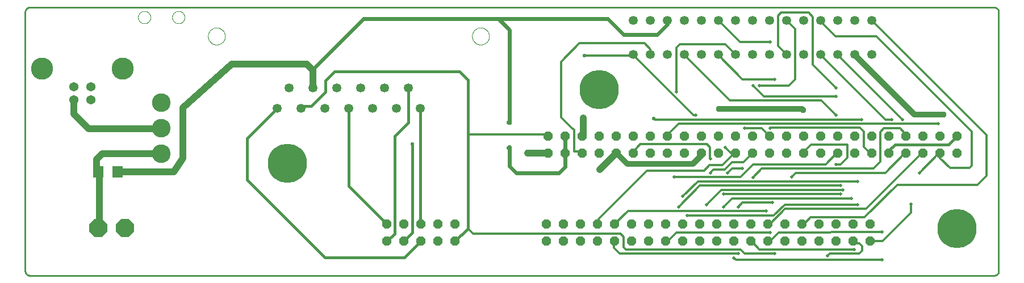
<source format=gtl>
G75*
%MOIN*%
%OFA0B0*%
%FSLAX25Y25*%
%IPPOS*%
%LPD*%
%AMOC8*
5,1,8,0,0,1.08239X$1,22.5*
%
%ADD10C,0.01000*%
%ADD11C,0.23000*%
%ADD12C,0.05315*%
%ADD13C,0.00000*%
%ADD14C,0.10925*%
%ADD15OC8,0.05400*%
%ADD16R,0.06299X0.07098*%
%ADD17OC8,0.10630*%
%ADD18C,0.05400*%
%ADD19C,0.13000*%
%ADD20C,0.01200*%
%ADD21OC8,0.03543*%
%ADD22C,0.04000*%
%ADD23C,0.01600*%
%ADD24C,0.02400*%
%ADD25C,0.03200*%
%ADD26OC8,0.03000*%
%ADD27OC8,0.02000*%
%ADD28C,0.02000*%
D10*
X0004000Y0002343D02*
X0570300Y0002343D01*
X0570398Y0002345D01*
X0570496Y0002351D01*
X0570594Y0002360D01*
X0570691Y0002374D01*
X0570788Y0002391D01*
X0570884Y0002412D01*
X0570979Y0002437D01*
X0571073Y0002465D01*
X0571165Y0002498D01*
X0571257Y0002533D01*
X0571347Y0002573D01*
X0571435Y0002615D01*
X0571522Y0002662D01*
X0571606Y0002711D01*
X0571689Y0002764D01*
X0571769Y0002820D01*
X0571848Y0002880D01*
X0571924Y0002942D01*
X0571997Y0003007D01*
X0572068Y0003075D01*
X0572136Y0003146D01*
X0572201Y0003219D01*
X0572263Y0003295D01*
X0572323Y0003374D01*
X0572379Y0003454D01*
X0572432Y0003537D01*
X0572481Y0003621D01*
X0572528Y0003708D01*
X0572570Y0003796D01*
X0572610Y0003886D01*
X0572645Y0003978D01*
X0572678Y0004070D01*
X0572706Y0004164D01*
X0572731Y0004259D01*
X0572752Y0004355D01*
X0572769Y0004452D01*
X0572783Y0004549D01*
X0572792Y0004647D01*
X0572798Y0004745D01*
X0572800Y0004843D01*
X0572800Y0157343D01*
X0572798Y0157441D01*
X0572792Y0157539D01*
X0572783Y0157637D01*
X0572769Y0157734D01*
X0572752Y0157831D01*
X0572731Y0157927D01*
X0572706Y0158022D01*
X0572678Y0158116D01*
X0572645Y0158208D01*
X0572610Y0158300D01*
X0572570Y0158390D01*
X0572528Y0158478D01*
X0572481Y0158565D01*
X0572432Y0158649D01*
X0572379Y0158732D01*
X0572323Y0158812D01*
X0572263Y0158891D01*
X0572201Y0158967D01*
X0572136Y0159040D01*
X0572068Y0159111D01*
X0571997Y0159179D01*
X0571924Y0159244D01*
X0571848Y0159306D01*
X0571769Y0159366D01*
X0571689Y0159422D01*
X0571606Y0159475D01*
X0571522Y0159524D01*
X0571435Y0159571D01*
X0571347Y0159613D01*
X0571257Y0159653D01*
X0571165Y0159688D01*
X0571073Y0159721D01*
X0570979Y0159749D01*
X0570884Y0159774D01*
X0570788Y0159795D01*
X0570691Y0159812D01*
X0570594Y0159826D01*
X0570496Y0159835D01*
X0570398Y0159841D01*
X0570300Y0159843D01*
X0004000Y0159843D01*
X0003902Y0159841D01*
X0003804Y0159835D01*
X0003706Y0159826D01*
X0003609Y0159812D01*
X0003512Y0159795D01*
X0003416Y0159774D01*
X0003321Y0159749D01*
X0003227Y0159721D01*
X0003135Y0159688D01*
X0003043Y0159653D01*
X0002953Y0159613D01*
X0002865Y0159571D01*
X0002778Y0159524D01*
X0002694Y0159475D01*
X0002611Y0159422D01*
X0002531Y0159366D01*
X0002452Y0159306D01*
X0002376Y0159244D01*
X0002303Y0159179D01*
X0002232Y0159111D01*
X0002164Y0159040D01*
X0002099Y0158967D01*
X0002037Y0158891D01*
X0001977Y0158812D01*
X0001921Y0158732D01*
X0001868Y0158649D01*
X0001819Y0158565D01*
X0001772Y0158478D01*
X0001730Y0158390D01*
X0001690Y0158300D01*
X0001655Y0158208D01*
X0001622Y0158116D01*
X0001594Y0158022D01*
X0001569Y0157927D01*
X0001548Y0157831D01*
X0001531Y0157734D01*
X0001517Y0157637D01*
X0001508Y0157539D01*
X0001502Y0157441D01*
X0001500Y0157343D01*
X0001500Y0004843D01*
X0001502Y0004745D01*
X0001508Y0004647D01*
X0001517Y0004549D01*
X0001531Y0004452D01*
X0001548Y0004355D01*
X0001569Y0004259D01*
X0001594Y0004164D01*
X0001622Y0004070D01*
X0001655Y0003978D01*
X0001690Y0003886D01*
X0001730Y0003796D01*
X0001772Y0003708D01*
X0001819Y0003621D01*
X0001868Y0003537D01*
X0001921Y0003454D01*
X0001977Y0003374D01*
X0002037Y0003295D01*
X0002099Y0003219D01*
X0002164Y0003146D01*
X0002232Y0003075D01*
X0002303Y0003007D01*
X0002376Y0002942D01*
X0002452Y0002880D01*
X0002531Y0002820D01*
X0002611Y0002764D01*
X0002694Y0002711D01*
X0002778Y0002662D01*
X0002865Y0002615D01*
X0002953Y0002573D01*
X0003043Y0002533D01*
X0003135Y0002498D01*
X0003227Y0002465D01*
X0003321Y0002437D01*
X0003416Y0002412D01*
X0003512Y0002391D01*
X0003609Y0002374D01*
X0003706Y0002360D01*
X0003804Y0002351D01*
X0003902Y0002345D01*
X0004000Y0002343D01*
D11*
X0155300Y0068235D03*
X0338405Y0111580D03*
X0548400Y0029835D03*
D12*
X0498400Y0132243D03*
X0488400Y0132243D03*
X0478400Y0132243D03*
X0468400Y0132243D03*
X0458400Y0132243D03*
X0448400Y0132243D03*
X0438400Y0132243D03*
X0428400Y0132243D03*
X0418400Y0132243D03*
X0408400Y0132243D03*
X0398400Y0132243D03*
X0388400Y0132243D03*
X0378400Y0132243D03*
X0368400Y0132243D03*
X0358400Y0132243D03*
X0358400Y0152243D03*
X0368400Y0152243D03*
X0378400Y0152243D03*
X0388400Y0152243D03*
X0398400Y0152243D03*
X0408400Y0152243D03*
X0418400Y0152243D03*
X0428400Y0152243D03*
X0438400Y0152243D03*
X0448400Y0152243D03*
X0458400Y0152243D03*
X0468400Y0152243D03*
X0478400Y0152243D03*
X0488400Y0152243D03*
X0498400Y0152243D03*
X0233300Y0100443D03*
X0219300Y0100443D03*
X0205300Y0100443D03*
X0191300Y0100443D03*
X0177300Y0100443D03*
X0163300Y0100443D03*
X0149300Y0100443D03*
X0156300Y0112567D03*
X0170300Y0112567D03*
X0184300Y0112567D03*
X0198300Y0112567D03*
X0212300Y0112567D03*
X0226300Y0112567D03*
D13*
X0263800Y0142943D02*
X0263802Y0143084D01*
X0263808Y0143225D01*
X0263818Y0143365D01*
X0263832Y0143505D01*
X0263850Y0143645D01*
X0263871Y0143784D01*
X0263897Y0143923D01*
X0263926Y0144061D01*
X0263960Y0144197D01*
X0263997Y0144333D01*
X0264038Y0144468D01*
X0264083Y0144602D01*
X0264132Y0144734D01*
X0264184Y0144865D01*
X0264240Y0144994D01*
X0264300Y0145121D01*
X0264363Y0145247D01*
X0264429Y0145371D01*
X0264500Y0145494D01*
X0264573Y0145614D01*
X0264650Y0145732D01*
X0264730Y0145848D01*
X0264814Y0145961D01*
X0264900Y0146072D01*
X0264990Y0146181D01*
X0265083Y0146287D01*
X0265178Y0146390D01*
X0265277Y0146491D01*
X0265378Y0146589D01*
X0265482Y0146684D01*
X0265589Y0146776D01*
X0265698Y0146865D01*
X0265810Y0146950D01*
X0265924Y0147033D01*
X0266040Y0147113D01*
X0266159Y0147189D01*
X0266280Y0147261D01*
X0266402Y0147331D01*
X0266527Y0147396D01*
X0266653Y0147459D01*
X0266781Y0147517D01*
X0266911Y0147572D01*
X0267042Y0147624D01*
X0267175Y0147671D01*
X0267309Y0147715D01*
X0267444Y0147756D01*
X0267580Y0147792D01*
X0267717Y0147824D01*
X0267855Y0147853D01*
X0267993Y0147878D01*
X0268133Y0147898D01*
X0268273Y0147915D01*
X0268413Y0147928D01*
X0268554Y0147937D01*
X0268694Y0147942D01*
X0268835Y0147943D01*
X0268976Y0147940D01*
X0269117Y0147933D01*
X0269257Y0147922D01*
X0269397Y0147907D01*
X0269537Y0147888D01*
X0269676Y0147866D01*
X0269814Y0147839D01*
X0269952Y0147809D01*
X0270088Y0147774D01*
X0270224Y0147736D01*
X0270358Y0147694D01*
X0270492Y0147648D01*
X0270624Y0147599D01*
X0270754Y0147545D01*
X0270883Y0147488D01*
X0271010Y0147428D01*
X0271136Y0147364D01*
X0271259Y0147296D01*
X0271381Y0147225D01*
X0271501Y0147151D01*
X0271618Y0147073D01*
X0271733Y0146992D01*
X0271846Y0146908D01*
X0271957Y0146821D01*
X0272065Y0146730D01*
X0272170Y0146637D01*
X0272273Y0146540D01*
X0272373Y0146441D01*
X0272470Y0146339D01*
X0272564Y0146234D01*
X0272655Y0146127D01*
X0272743Y0146017D01*
X0272828Y0145905D01*
X0272910Y0145790D01*
X0272989Y0145673D01*
X0273064Y0145554D01*
X0273136Y0145433D01*
X0273204Y0145310D01*
X0273269Y0145185D01*
X0273331Y0145058D01*
X0273388Y0144929D01*
X0273443Y0144799D01*
X0273493Y0144668D01*
X0273540Y0144535D01*
X0273583Y0144401D01*
X0273622Y0144265D01*
X0273657Y0144129D01*
X0273689Y0143992D01*
X0273716Y0143854D01*
X0273740Y0143715D01*
X0273760Y0143575D01*
X0273776Y0143435D01*
X0273788Y0143295D01*
X0273796Y0143154D01*
X0273800Y0143013D01*
X0273800Y0142873D01*
X0273796Y0142732D01*
X0273788Y0142591D01*
X0273776Y0142451D01*
X0273760Y0142311D01*
X0273740Y0142171D01*
X0273716Y0142032D01*
X0273689Y0141894D01*
X0273657Y0141757D01*
X0273622Y0141621D01*
X0273583Y0141485D01*
X0273540Y0141351D01*
X0273493Y0141218D01*
X0273443Y0141087D01*
X0273388Y0140957D01*
X0273331Y0140828D01*
X0273269Y0140701D01*
X0273204Y0140576D01*
X0273136Y0140453D01*
X0273064Y0140332D01*
X0272989Y0140213D01*
X0272910Y0140096D01*
X0272828Y0139981D01*
X0272743Y0139869D01*
X0272655Y0139759D01*
X0272564Y0139652D01*
X0272470Y0139547D01*
X0272373Y0139445D01*
X0272273Y0139346D01*
X0272170Y0139249D01*
X0272065Y0139156D01*
X0271957Y0139065D01*
X0271846Y0138978D01*
X0271733Y0138894D01*
X0271618Y0138813D01*
X0271501Y0138735D01*
X0271381Y0138661D01*
X0271259Y0138590D01*
X0271136Y0138522D01*
X0271010Y0138458D01*
X0270883Y0138398D01*
X0270754Y0138341D01*
X0270624Y0138287D01*
X0270492Y0138238D01*
X0270358Y0138192D01*
X0270224Y0138150D01*
X0270088Y0138112D01*
X0269952Y0138077D01*
X0269814Y0138047D01*
X0269676Y0138020D01*
X0269537Y0137998D01*
X0269397Y0137979D01*
X0269257Y0137964D01*
X0269117Y0137953D01*
X0268976Y0137946D01*
X0268835Y0137943D01*
X0268694Y0137944D01*
X0268554Y0137949D01*
X0268413Y0137958D01*
X0268273Y0137971D01*
X0268133Y0137988D01*
X0267993Y0138008D01*
X0267855Y0138033D01*
X0267717Y0138062D01*
X0267580Y0138094D01*
X0267444Y0138130D01*
X0267309Y0138171D01*
X0267175Y0138215D01*
X0267042Y0138262D01*
X0266911Y0138314D01*
X0266781Y0138369D01*
X0266653Y0138427D01*
X0266527Y0138490D01*
X0266402Y0138555D01*
X0266280Y0138625D01*
X0266159Y0138697D01*
X0266040Y0138773D01*
X0265924Y0138853D01*
X0265810Y0138936D01*
X0265698Y0139021D01*
X0265589Y0139110D01*
X0265482Y0139202D01*
X0265378Y0139297D01*
X0265277Y0139395D01*
X0265178Y0139496D01*
X0265083Y0139599D01*
X0264990Y0139705D01*
X0264900Y0139814D01*
X0264814Y0139925D01*
X0264730Y0140038D01*
X0264650Y0140154D01*
X0264573Y0140272D01*
X0264500Y0140392D01*
X0264429Y0140515D01*
X0264363Y0140639D01*
X0264300Y0140765D01*
X0264240Y0140892D01*
X0264184Y0141021D01*
X0264132Y0141152D01*
X0264083Y0141284D01*
X0264038Y0141418D01*
X0263997Y0141553D01*
X0263960Y0141689D01*
X0263926Y0141825D01*
X0263897Y0141963D01*
X0263871Y0142102D01*
X0263850Y0142241D01*
X0263832Y0142381D01*
X0263818Y0142521D01*
X0263808Y0142661D01*
X0263802Y0142802D01*
X0263800Y0142943D01*
X0108800Y0142943D02*
X0108802Y0143084D01*
X0108808Y0143225D01*
X0108818Y0143365D01*
X0108832Y0143505D01*
X0108850Y0143645D01*
X0108871Y0143784D01*
X0108897Y0143923D01*
X0108926Y0144061D01*
X0108960Y0144197D01*
X0108997Y0144333D01*
X0109038Y0144468D01*
X0109083Y0144602D01*
X0109132Y0144734D01*
X0109184Y0144865D01*
X0109240Y0144994D01*
X0109300Y0145121D01*
X0109363Y0145247D01*
X0109429Y0145371D01*
X0109500Y0145494D01*
X0109573Y0145614D01*
X0109650Y0145732D01*
X0109730Y0145848D01*
X0109814Y0145961D01*
X0109900Y0146072D01*
X0109990Y0146181D01*
X0110083Y0146287D01*
X0110178Y0146390D01*
X0110277Y0146491D01*
X0110378Y0146589D01*
X0110482Y0146684D01*
X0110589Y0146776D01*
X0110698Y0146865D01*
X0110810Y0146950D01*
X0110924Y0147033D01*
X0111040Y0147113D01*
X0111159Y0147189D01*
X0111280Y0147261D01*
X0111402Y0147331D01*
X0111527Y0147396D01*
X0111653Y0147459D01*
X0111781Y0147517D01*
X0111911Y0147572D01*
X0112042Y0147624D01*
X0112175Y0147671D01*
X0112309Y0147715D01*
X0112444Y0147756D01*
X0112580Y0147792D01*
X0112717Y0147824D01*
X0112855Y0147853D01*
X0112993Y0147878D01*
X0113133Y0147898D01*
X0113273Y0147915D01*
X0113413Y0147928D01*
X0113554Y0147937D01*
X0113694Y0147942D01*
X0113835Y0147943D01*
X0113976Y0147940D01*
X0114117Y0147933D01*
X0114257Y0147922D01*
X0114397Y0147907D01*
X0114537Y0147888D01*
X0114676Y0147866D01*
X0114814Y0147839D01*
X0114952Y0147809D01*
X0115088Y0147774D01*
X0115224Y0147736D01*
X0115358Y0147694D01*
X0115492Y0147648D01*
X0115624Y0147599D01*
X0115754Y0147545D01*
X0115883Y0147488D01*
X0116010Y0147428D01*
X0116136Y0147364D01*
X0116259Y0147296D01*
X0116381Y0147225D01*
X0116501Y0147151D01*
X0116618Y0147073D01*
X0116733Y0146992D01*
X0116846Y0146908D01*
X0116957Y0146821D01*
X0117065Y0146730D01*
X0117170Y0146637D01*
X0117273Y0146540D01*
X0117373Y0146441D01*
X0117470Y0146339D01*
X0117564Y0146234D01*
X0117655Y0146127D01*
X0117743Y0146017D01*
X0117828Y0145905D01*
X0117910Y0145790D01*
X0117989Y0145673D01*
X0118064Y0145554D01*
X0118136Y0145433D01*
X0118204Y0145310D01*
X0118269Y0145185D01*
X0118331Y0145058D01*
X0118388Y0144929D01*
X0118443Y0144799D01*
X0118493Y0144668D01*
X0118540Y0144535D01*
X0118583Y0144401D01*
X0118622Y0144265D01*
X0118657Y0144129D01*
X0118689Y0143992D01*
X0118716Y0143854D01*
X0118740Y0143715D01*
X0118760Y0143575D01*
X0118776Y0143435D01*
X0118788Y0143295D01*
X0118796Y0143154D01*
X0118800Y0143013D01*
X0118800Y0142873D01*
X0118796Y0142732D01*
X0118788Y0142591D01*
X0118776Y0142451D01*
X0118760Y0142311D01*
X0118740Y0142171D01*
X0118716Y0142032D01*
X0118689Y0141894D01*
X0118657Y0141757D01*
X0118622Y0141621D01*
X0118583Y0141485D01*
X0118540Y0141351D01*
X0118493Y0141218D01*
X0118443Y0141087D01*
X0118388Y0140957D01*
X0118331Y0140828D01*
X0118269Y0140701D01*
X0118204Y0140576D01*
X0118136Y0140453D01*
X0118064Y0140332D01*
X0117989Y0140213D01*
X0117910Y0140096D01*
X0117828Y0139981D01*
X0117743Y0139869D01*
X0117655Y0139759D01*
X0117564Y0139652D01*
X0117470Y0139547D01*
X0117373Y0139445D01*
X0117273Y0139346D01*
X0117170Y0139249D01*
X0117065Y0139156D01*
X0116957Y0139065D01*
X0116846Y0138978D01*
X0116733Y0138894D01*
X0116618Y0138813D01*
X0116501Y0138735D01*
X0116381Y0138661D01*
X0116259Y0138590D01*
X0116136Y0138522D01*
X0116010Y0138458D01*
X0115883Y0138398D01*
X0115754Y0138341D01*
X0115624Y0138287D01*
X0115492Y0138238D01*
X0115358Y0138192D01*
X0115224Y0138150D01*
X0115088Y0138112D01*
X0114952Y0138077D01*
X0114814Y0138047D01*
X0114676Y0138020D01*
X0114537Y0137998D01*
X0114397Y0137979D01*
X0114257Y0137964D01*
X0114117Y0137953D01*
X0113976Y0137946D01*
X0113835Y0137943D01*
X0113694Y0137944D01*
X0113554Y0137949D01*
X0113413Y0137958D01*
X0113273Y0137971D01*
X0113133Y0137988D01*
X0112993Y0138008D01*
X0112855Y0138033D01*
X0112717Y0138062D01*
X0112580Y0138094D01*
X0112444Y0138130D01*
X0112309Y0138171D01*
X0112175Y0138215D01*
X0112042Y0138262D01*
X0111911Y0138314D01*
X0111781Y0138369D01*
X0111653Y0138427D01*
X0111527Y0138490D01*
X0111402Y0138555D01*
X0111280Y0138625D01*
X0111159Y0138697D01*
X0111040Y0138773D01*
X0110924Y0138853D01*
X0110810Y0138936D01*
X0110698Y0139021D01*
X0110589Y0139110D01*
X0110482Y0139202D01*
X0110378Y0139297D01*
X0110277Y0139395D01*
X0110178Y0139496D01*
X0110083Y0139599D01*
X0109990Y0139705D01*
X0109900Y0139814D01*
X0109814Y0139925D01*
X0109730Y0140038D01*
X0109650Y0140154D01*
X0109573Y0140272D01*
X0109500Y0140392D01*
X0109429Y0140515D01*
X0109363Y0140639D01*
X0109300Y0140765D01*
X0109240Y0140892D01*
X0109184Y0141021D01*
X0109132Y0141152D01*
X0109083Y0141284D01*
X0109038Y0141418D01*
X0108997Y0141553D01*
X0108960Y0141689D01*
X0108926Y0141825D01*
X0108897Y0141963D01*
X0108871Y0142102D01*
X0108850Y0142241D01*
X0108832Y0142381D01*
X0108818Y0142521D01*
X0108808Y0142661D01*
X0108802Y0142802D01*
X0108800Y0142943D01*
X0087758Y0154043D02*
X0087760Y0154163D01*
X0087766Y0154284D01*
X0087776Y0154404D01*
X0087790Y0154523D01*
X0087808Y0154642D01*
X0087829Y0154761D01*
X0087855Y0154879D01*
X0087885Y0154995D01*
X0087918Y0155111D01*
X0087955Y0155226D01*
X0087996Y0155339D01*
X0088041Y0155451D01*
X0088089Y0155561D01*
X0088141Y0155670D01*
X0088197Y0155776D01*
X0088256Y0155881D01*
X0088319Y0155984D01*
X0088384Y0156085D01*
X0088454Y0156184D01*
X0088526Y0156280D01*
X0088601Y0156374D01*
X0088680Y0156465D01*
X0088762Y0156554D01*
X0088846Y0156639D01*
X0088933Y0156723D01*
X0089023Y0156803D01*
X0089116Y0156880D01*
X0089211Y0156954D01*
X0089308Y0157024D01*
X0089408Y0157092D01*
X0089510Y0157156D01*
X0089614Y0157217D01*
X0089720Y0157274D01*
X0089828Y0157328D01*
X0089937Y0157378D01*
X0090048Y0157425D01*
X0090161Y0157468D01*
X0090275Y0157507D01*
X0090390Y0157542D01*
X0090506Y0157574D01*
X0090623Y0157601D01*
X0090741Y0157625D01*
X0090860Y0157645D01*
X0090979Y0157661D01*
X0091099Y0157673D01*
X0091219Y0157681D01*
X0091340Y0157685D01*
X0091460Y0157685D01*
X0091581Y0157681D01*
X0091701Y0157673D01*
X0091821Y0157661D01*
X0091940Y0157645D01*
X0092059Y0157625D01*
X0092177Y0157601D01*
X0092294Y0157574D01*
X0092410Y0157542D01*
X0092525Y0157507D01*
X0092639Y0157468D01*
X0092752Y0157425D01*
X0092863Y0157378D01*
X0092972Y0157328D01*
X0093080Y0157274D01*
X0093186Y0157217D01*
X0093290Y0157156D01*
X0093392Y0157092D01*
X0093492Y0157024D01*
X0093589Y0156954D01*
X0093684Y0156880D01*
X0093777Y0156803D01*
X0093867Y0156723D01*
X0093954Y0156639D01*
X0094038Y0156554D01*
X0094120Y0156465D01*
X0094199Y0156374D01*
X0094274Y0156280D01*
X0094346Y0156184D01*
X0094416Y0156085D01*
X0094481Y0155984D01*
X0094544Y0155881D01*
X0094603Y0155776D01*
X0094659Y0155670D01*
X0094711Y0155561D01*
X0094759Y0155451D01*
X0094804Y0155339D01*
X0094845Y0155226D01*
X0094882Y0155111D01*
X0094915Y0154995D01*
X0094945Y0154879D01*
X0094971Y0154761D01*
X0094992Y0154642D01*
X0095010Y0154523D01*
X0095024Y0154404D01*
X0095034Y0154284D01*
X0095040Y0154163D01*
X0095042Y0154043D01*
X0095040Y0153923D01*
X0095034Y0153802D01*
X0095024Y0153682D01*
X0095010Y0153563D01*
X0094992Y0153444D01*
X0094971Y0153325D01*
X0094945Y0153207D01*
X0094915Y0153091D01*
X0094882Y0152975D01*
X0094845Y0152860D01*
X0094804Y0152747D01*
X0094759Y0152635D01*
X0094711Y0152525D01*
X0094659Y0152416D01*
X0094603Y0152310D01*
X0094544Y0152205D01*
X0094481Y0152102D01*
X0094416Y0152001D01*
X0094346Y0151902D01*
X0094274Y0151806D01*
X0094199Y0151712D01*
X0094120Y0151621D01*
X0094038Y0151532D01*
X0093954Y0151447D01*
X0093867Y0151363D01*
X0093777Y0151283D01*
X0093684Y0151206D01*
X0093589Y0151132D01*
X0093492Y0151062D01*
X0093392Y0150994D01*
X0093290Y0150930D01*
X0093186Y0150869D01*
X0093080Y0150812D01*
X0092972Y0150758D01*
X0092863Y0150708D01*
X0092752Y0150661D01*
X0092639Y0150618D01*
X0092525Y0150579D01*
X0092410Y0150544D01*
X0092294Y0150512D01*
X0092177Y0150485D01*
X0092059Y0150461D01*
X0091940Y0150441D01*
X0091821Y0150425D01*
X0091701Y0150413D01*
X0091581Y0150405D01*
X0091460Y0150401D01*
X0091340Y0150401D01*
X0091219Y0150405D01*
X0091099Y0150413D01*
X0090979Y0150425D01*
X0090860Y0150441D01*
X0090741Y0150461D01*
X0090623Y0150485D01*
X0090506Y0150512D01*
X0090390Y0150544D01*
X0090275Y0150579D01*
X0090161Y0150618D01*
X0090048Y0150661D01*
X0089937Y0150708D01*
X0089828Y0150758D01*
X0089720Y0150812D01*
X0089614Y0150869D01*
X0089510Y0150930D01*
X0089408Y0150994D01*
X0089308Y0151062D01*
X0089211Y0151132D01*
X0089116Y0151206D01*
X0089023Y0151283D01*
X0088933Y0151363D01*
X0088846Y0151447D01*
X0088762Y0151532D01*
X0088680Y0151621D01*
X0088601Y0151712D01*
X0088526Y0151806D01*
X0088454Y0151902D01*
X0088384Y0152001D01*
X0088319Y0152102D01*
X0088256Y0152205D01*
X0088197Y0152310D01*
X0088141Y0152416D01*
X0088089Y0152525D01*
X0088041Y0152635D01*
X0087996Y0152747D01*
X0087955Y0152860D01*
X0087918Y0152975D01*
X0087885Y0153091D01*
X0087855Y0153207D01*
X0087829Y0153325D01*
X0087808Y0153444D01*
X0087790Y0153563D01*
X0087776Y0153682D01*
X0087766Y0153802D01*
X0087760Y0153923D01*
X0087758Y0154043D01*
X0067758Y0154043D02*
X0067760Y0154163D01*
X0067766Y0154284D01*
X0067776Y0154404D01*
X0067790Y0154523D01*
X0067808Y0154642D01*
X0067829Y0154761D01*
X0067855Y0154879D01*
X0067885Y0154995D01*
X0067918Y0155111D01*
X0067955Y0155226D01*
X0067996Y0155339D01*
X0068041Y0155451D01*
X0068089Y0155561D01*
X0068141Y0155670D01*
X0068197Y0155776D01*
X0068256Y0155881D01*
X0068319Y0155984D01*
X0068384Y0156085D01*
X0068454Y0156184D01*
X0068526Y0156280D01*
X0068601Y0156374D01*
X0068680Y0156465D01*
X0068762Y0156554D01*
X0068846Y0156639D01*
X0068933Y0156723D01*
X0069023Y0156803D01*
X0069116Y0156880D01*
X0069211Y0156954D01*
X0069308Y0157024D01*
X0069408Y0157092D01*
X0069510Y0157156D01*
X0069614Y0157217D01*
X0069720Y0157274D01*
X0069828Y0157328D01*
X0069937Y0157378D01*
X0070048Y0157425D01*
X0070161Y0157468D01*
X0070275Y0157507D01*
X0070390Y0157542D01*
X0070506Y0157574D01*
X0070623Y0157601D01*
X0070741Y0157625D01*
X0070860Y0157645D01*
X0070979Y0157661D01*
X0071099Y0157673D01*
X0071219Y0157681D01*
X0071340Y0157685D01*
X0071460Y0157685D01*
X0071581Y0157681D01*
X0071701Y0157673D01*
X0071821Y0157661D01*
X0071940Y0157645D01*
X0072059Y0157625D01*
X0072177Y0157601D01*
X0072294Y0157574D01*
X0072410Y0157542D01*
X0072525Y0157507D01*
X0072639Y0157468D01*
X0072752Y0157425D01*
X0072863Y0157378D01*
X0072972Y0157328D01*
X0073080Y0157274D01*
X0073186Y0157217D01*
X0073290Y0157156D01*
X0073392Y0157092D01*
X0073492Y0157024D01*
X0073589Y0156954D01*
X0073684Y0156880D01*
X0073777Y0156803D01*
X0073867Y0156723D01*
X0073954Y0156639D01*
X0074038Y0156554D01*
X0074120Y0156465D01*
X0074199Y0156374D01*
X0074274Y0156280D01*
X0074346Y0156184D01*
X0074416Y0156085D01*
X0074481Y0155984D01*
X0074544Y0155881D01*
X0074603Y0155776D01*
X0074659Y0155670D01*
X0074711Y0155561D01*
X0074759Y0155451D01*
X0074804Y0155339D01*
X0074845Y0155226D01*
X0074882Y0155111D01*
X0074915Y0154995D01*
X0074945Y0154879D01*
X0074971Y0154761D01*
X0074992Y0154642D01*
X0075010Y0154523D01*
X0075024Y0154404D01*
X0075034Y0154284D01*
X0075040Y0154163D01*
X0075042Y0154043D01*
X0075040Y0153923D01*
X0075034Y0153802D01*
X0075024Y0153682D01*
X0075010Y0153563D01*
X0074992Y0153444D01*
X0074971Y0153325D01*
X0074945Y0153207D01*
X0074915Y0153091D01*
X0074882Y0152975D01*
X0074845Y0152860D01*
X0074804Y0152747D01*
X0074759Y0152635D01*
X0074711Y0152525D01*
X0074659Y0152416D01*
X0074603Y0152310D01*
X0074544Y0152205D01*
X0074481Y0152102D01*
X0074416Y0152001D01*
X0074346Y0151902D01*
X0074274Y0151806D01*
X0074199Y0151712D01*
X0074120Y0151621D01*
X0074038Y0151532D01*
X0073954Y0151447D01*
X0073867Y0151363D01*
X0073777Y0151283D01*
X0073684Y0151206D01*
X0073589Y0151132D01*
X0073492Y0151062D01*
X0073392Y0150994D01*
X0073290Y0150930D01*
X0073186Y0150869D01*
X0073080Y0150812D01*
X0072972Y0150758D01*
X0072863Y0150708D01*
X0072752Y0150661D01*
X0072639Y0150618D01*
X0072525Y0150579D01*
X0072410Y0150544D01*
X0072294Y0150512D01*
X0072177Y0150485D01*
X0072059Y0150461D01*
X0071940Y0150441D01*
X0071821Y0150425D01*
X0071701Y0150413D01*
X0071581Y0150405D01*
X0071460Y0150401D01*
X0071340Y0150401D01*
X0071219Y0150405D01*
X0071099Y0150413D01*
X0070979Y0150425D01*
X0070860Y0150441D01*
X0070741Y0150461D01*
X0070623Y0150485D01*
X0070506Y0150512D01*
X0070390Y0150544D01*
X0070275Y0150579D01*
X0070161Y0150618D01*
X0070048Y0150661D01*
X0069937Y0150708D01*
X0069828Y0150758D01*
X0069720Y0150812D01*
X0069614Y0150869D01*
X0069510Y0150930D01*
X0069408Y0150994D01*
X0069308Y0151062D01*
X0069211Y0151132D01*
X0069116Y0151206D01*
X0069023Y0151283D01*
X0068933Y0151363D01*
X0068846Y0151447D01*
X0068762Y0151532D01*
X0068680Y0151621D01*
X0068601Y0151712D01*
X0068526Y0151806D01*
X0068454Y0151902D01*
X0068384Y0152001D01*
X0068319Y0152102D01*
X0068256Y0152205D01*
X0068197Y0152310D01*
X0068141Y0152416D01*
X0068089Y0152525D01*
X0068041Y0152635D01*
X0067996Y0152747D01*
X0067955Y0152860D01*
X0067918Y0152975D01*
X0067885Y0153091D01*
X0067855Y0153207D01*
X0067829Y0153325D01*
X0067808Y0153444D01*
X0067790Y0153563D01*
X0067776Y0153682D01*
X0067766Y0153802D01*
X0067760Y0153923D01*
X0067758Y0154043D01*
D14*
X0081400Y0104043D03*
X0081400Y0089043D03*
X0081400Y0074043D03*
D15*
X0213600Y0032443D03*
X0223600Y0032443D03*
X0233600Y0032443D03*
X0243600Y0032443D03*
X0253600Y0032443D03*
X0253600Y0022443D03*
X0243600Y0022443D03*
X0233600Y0022443D03*
X0223600Y0022443D03*
X0213600Y0022443D03*
X0307500Y0022443D03*
X0317500Y0022443D03*
X0327500Y0022443D03*
X0337500Y0022443D03*
X0347500Y0022443D03*
X0357500Y0022443D03*
X0367500Y0022443D03*
X0377500Y0022443D03*
X0387500Y0022443D03*
X0397500Y0022443D03*
X0407500Y0022443D03*
X0417500Y0022443D03*
X0427500Y0022443D03*
X0437500Y0022443D03*
X0447500Y0022443D03*
X0457500Y0022443D03*
X0467500Y0022443D03*
X0477500Y0022443D03*
X0487500Y0022443D03*
X0497500Y0022443D03*
X0497500Y0032443D03*
X0487500Y0032443D03*
X0477500Y0032443D03*
X0467500Y0032443D03*
X0457500Y0032443D03*
X0447500Y0032443D03*
X0437500Y0032443D03*
X0427500Y0032443D03*
X0417500Y0032443D03*
X0407500Y0032443D03*
X0397500Y0032443D03*
X0387500Y0032443D03*
X0377500Y0032443D03*
X0367500Y0032443D03*
X0357500Y0032443D03*
X0347500Y0032443D03*
X0337500Y0032443D03*
X0327500Y0032443D03*
X0317500Y0032443D03*
X0307500Y0032443D03*
X0308500Y0074343D03*
X0318500Y0074343D03*
X0328500Y0074343D03*
X0338500Y0074343D03*
X0348500Y0074343D03*
X0358500Y0074343D03*
X0368500Y0074343D03*
X0378500Y0074343D03*
X0388500Y0074343D03*
X0398500Y0074343D03*
X0408500Y0074343D03*
X0418500Y0074343D03*
X0428500Y0074343D03*
X0438500Y0074343D03*
X0448500Y0074343D03*
X0458500Y0074343D03*
X0468500Y0074343D03*
X0478500Y0074343D03*
X0488500Y0074343D03*
X0498500Y0074343D03*
X0508500Y0074343D03*
X0518500Y0074343D03*
X0528500Y0074343D03*
X0538500Y0074343D03*
X0548500Y0074343D03*
X0548500Y0084343D03*
X0538500Y0084343D03*
X0528500Y0084343D03*
X0518500Y0084343D03*
X0508500Y0084343D03*
X0498500Y0084343D03*
X0488500Y0084343D03*
X0478500Y0084343D03*
X0468500Y0084343D03*
X0458500Y0084343D03*
X0448500Y0084343D03*
X0438500Y0084343D03*
X0428500Y0084343D03*
X0418500Y0084343D03*
X0408500Y0084343D03*
X0398500Y0084343D03*
X0388500Y0084343D03*
X0378500Y0084343D03*
X0368500Y0084343D03*
X0358500Y0084343D03*
X0348500Y0084343D03*
X0338500Y0084343D03*
X0328500Y0084343D03*
X0318500Y0084343D03*
X0308500Y0084343D03*
D16*
X0055698Y0063143D03*
X0044502Y0063143D03*
D17*
X0044300Y0030243D03*
X0059891Y0030243D03*
D18*
X0039951Y0105483D03*
X0030109Y0105483D03*
X0030109Y0113283D03*
X0039951Y0113283D03*
D19*
X0058730Y0123983D03*
X0011330Y0123983D03*
D20*
X0261200Y0085143D02*
X0307450Y0085143D01*
X0308500Y0084343D01*
X0316000Y0095343D02*
X0322700Y0088643D01*
X0322900Y0088643D01*
X0323700Y0087843D01*
X0323700Y0075143D01*
X0327450Y0075143D01*
X0328500Y0074343D01*
X0358500Y0074343D02*
X0358700Y0075143D01*
X0362450Y0079393D01*
X0401550Y0079393D01*
X0403500Y0077443D01*
X0403500Y0071193D01*
X0403750Y0070943D01*
X0403100Y0067243D02*
X0410600Y0067243D01*
X0417700Y0074343D01*
X0418500Y0074343D02*
X0415750Y0074343D01*
X0412450Y0077643D01*
X0408700Y0083893D02*
X0408500Y0084343D01*
X0423700Y0088893D02*
X0433700Y0088893D01*
X0437450Y0085143D01*
X0438500Y0084343D01*
X0438700Y0088893D02*
X0439050Y0089243D01*
X0491400Y0089243D01*
X0493700Y0086943D01*
X0493700Y0077843D01*
X0497200Y0074343D01*
X0498500Y0074343D01*
X0484100Y0071643D02*
X0480100Y0067643D01*
X0477450Y0067643D01*
X0471200Y0067643D02*
X0428700Y0067643D01*
X0421200Y0060143D01*
X0382450Y0060143D01*
X0387450Y0048893D02*
X0396200Y0057643D01*
X0489950Y0057643D01*
X0479950Y0055143D02*
X0397450Y0055143D01*
X0384950Y0042643D01*
X0401200Y0043893D02*
X0409950Y0052643D01*
X0481200Y0052643D01*
X0479950Y0050143D02*
X0411200Y0050143D01*
X0416200Y0047643D02*
X0486200Y0047643D01*
X0489950Y0043893D02*
X0447450Y0043893D01*
X0440700Y0037643D01*
X0389950Y0037643D01*
X0411200Y0042643D02*
X0416200Y0047643D01*
X0419950Y0042643D02*
X0422450Y0045143D01*
X0439950Y0045143D01*
X0436200Y0040143D02*
X0355200Y0040143D01*
X0347500Y0032443D01*
X0338000Y0032943D02*
X0337500Y0032443D01*
X0338000Y0032943D02*
X0338000Y0035543D01*
X0366500Y0064043D01*
X0399900Y0064043D01*
X0403100Y0067243D01*
X0405400Y0064543D02*
X0403700Y0062843D01*
X0403700Y0062643D01*
X0405400Y0064543D02*
X0412000Y0064543D01*
X0416300Y0068843D01*
X0423000Y0068843D01*
X0428500Y0074343D01*
X0433700Y0065143D02*
X0428600Y0060043D01*
X0416200Y0065143D02*
X0413700Y0062643D01*
X0416200Y0065143D02*
X0422450Y0065143D01*
X0433700Y0065143D02*
X0499400Y0065143D01*
X0502800Y0068543D01*
X0502800Y0068643D01*
X0503400Y0069243D01*
X0503400Y0086643D01*
X0505500Y0088743D01*
X0515050Y0088743D01*
X0517450Y0086343D01*
X0517450Y0085393D01*
X0518500Y0084343D01*
X0537450Y0091393D02*
X0384950Y0091393D01*
X0378700Y0085143D01*
X0378500Y0084343D01*
X0371150Y0093893D02*
X0370500Y0094543D01*
X0371150Y0093893D02*
X0492450Y0093893D01*
X0477450Y0096393D02*
X0468700Y0105143D01*
X0414950Y0105143D01*
X0388700Y0131393D01*
X0388400Y0132243D01*
X0383700Y0136243D02*
X0385800Y0138343D01*
X0412300Y0138343D01*
X0418400Y0132243D01*
X0408700Y0131393D02*
X0408400Y0132243D01*
X0408700Y0131393D02*
X0422450Y0117643D01*
X0441200Y0117643D01*
X0449750Y0113893D02*
X0432450Y0113893D01*
X0428700Y0113893D02*
X0434950Y0107643D01*
X0477450Y0107643D01*
X0477450Y0112643D02*
X0463800Y0126293D01*
X0463800Y0154143D01*
X0461200Y0156743D01*
X0445100Y0156743D01*
X0443300Y0154943D01*
X0443300Y0137343D01*
X0448400Y0132243D01*
X0468400Y0132243D02*
X0468700Y0131393D01*
X0506200Y0093893D01*
X0509950Y0093893D01*
X0516200Y0093893D02*
X0478700Y0131393D01*
X0478400Y0132243D01*
X0477050Y0143043D02*
X0501100Y0143043D01*
X0557100Y0087043D01*
X0557100Y0066943D01*
X0555700Y0065543D01*
X0544300Y0065543D01*
X0538500Y0071343D01*
X0538500Y0074343D01*
X0537450Y0073893D01*
X0526200Y0062643D01*
X0517450Y0073893D02*
X0506200Y0062643D01*
X0453700Y0062643D01*
X0451200Y0060143D01*
X0471200Y0067643D02*
X0477450Y0073893D01*
X0478500Y0074343D01*
X0484100Y0071643D02*
X0484100Y0079243D01*
X0462800Y0079243D01*
X0458700Y0075143D01*
X0458500Y0074343D01*
X0494150Y0036393D02*
X0513200Y0055443D01*
X0560200Y0055443D01*
X0565800Y0061043D01*
X0565800Y0084843D01*
X0498400Y0152243D01*
X0498700Y0151393D01*
X0477050Y0143043D02*
X0468400Y0151693D01*
X0468400Y0152243D01*
X0453500Y0147143D02*
X0448400Y0152243D01*
X0453500Y0147143D02*
X0453500Y0117643D01*
X0449750Y0113893D01*
X0394950Y0096393D02*
X0393700Y0096393D01*
X0358700Y0131393D01*
X0358400Y0132243D01*
X0357600Y0131443D01*
X0329600Y0131443D01*
X0326800Y0138743D02*
X0316000Y0127943D01*
X0316000Y0095343D01*
X0383700Y0110143D02*
X0383700Y0136243D01*
X0368400Y0135243D02*
X0368400Y0132243D01*
X0368400Y0135243D02*
X0364900Y0138743D01*
X0349300Y0138743D01*
X0347300Y0138743D01*
X0326800Y0138743D01*
X0408400Y0152243D02*
X0421150Y0139493D01*
X0438750Y0139493D01*
X0517450Y0073893D02*
X0518500Y0074343D01*
X0527450Y0073893D02*
X0528500Y0074343D01*
X0527450Y0073893D02*
X0494950Y0041393D01*
X0447450Y0041393D01*
X0438700Y0032643D01*
X0437500Y0032443D01*
X0438700Y0027643D02*
X0383700Y0027643D01*
X0378700Y0022643D01*
X0377500Y0022443D01*
X0354000Y0017643D02*
X0352700Y0018943D01*
X0352700Y0025043D01*
X0351000Y0026743D01*
X0264500Y0026743D01*
X0261200Y0030043D01*
X0347100Y0022043D02*
X0347100Y0018543D01*
X0350500Y0015143D01*
X0419950Y0015143D01*
X0421200Y0017643D02*
X0423700Y0015143D01*
X0441200Y0015143D01*
X0432450Y0017643D02*
X0488050Y0017643D01*
X0490900Y0015143D02*
X0492800Y0017043D01*
X0492800Y0019443D01*
X0490900Y0021343D01*
X0488600Y0021343D01*
X0487500Y0022443D01*
X0497500Y0022443D02*
X0498700Y0022643D01*
X0504800Y0022643D01*
X0521500Y0039343D01*
X0521500Y0044243D01*
X0521400Y0044343D01*
X0494150Y0036393D02*
X0462450Y0036393D01*
X0458700Y0032643D01*
X0457500Y0032443D01*
X0443700Y0027643D02*
X0504400Y0027743D01*
X0490900Y0015143D02*
X0473700Y0015143D01*
X0472450Y0013893D01*
X0504400Y0011393D02*
X0418700Y0011393D01*
X0417450Y0012643D01*
X0421200Y0017643D02*
X0354000Y0017643D01*
X0347500Y0022443D02*
X0347100Y0022043D01*
X0427500Y0022443D02*
X0428700Y0021393D01*
X0432450Y0017643D01*
X0437500Y0022443D02*
X0438700Y0022643D01*
X0443700Y0027643D01*
X0538500Y0074343D02*
X0538700Y0075143D01*
D21*
X0540200Y0096743D03*
X0458000Y0099643D03*
X0408600Y0100143D03*
X0329000Y0094743D03*
X0296400Y0074443D03*
X0338600Y0064643D03*
D22*
X0348300Y0074343D01*
X0329000Y0084343D02*
X0329000Y0094743D01*
X0308500Y0074343D02*
X0296400Y0074343D01*
X0170300Y0112567D02*
X0170300Y0122943D01*
X0166600Y0126643D01*
X0122600Y0126643D01*
X0094000Y0100843D01*
X0094000Y0071243D01*
X0088700Y0063143D01*
X0055698Y0063143D01*
X0044950Y0062643D02*
X0044950Y0030893D01*
X0044300Y0030243D01*
X0044502Y0063143D02*
X0043300Y0064345D01*
X0043300Y0070643D01*
X0046700Y0074043D01*
X0081400Y0074043D01*
X0080900Y0088543D02*
X0081400Y0089043D01*
X0080900Y0088543D02*
X0038700Y0088543D01*
X0030109Y0097135D01*
X0030109Y0105483D01*
D23*
X0131700Y0082843D02*
X0149300Y0100443D01*
X0163300Y0100443D02*
X0164900Y0102043D01*
X0169400Y0102043D01*
X0177600Y0110243D01*
X0177600Y0116843D01*
X0183000Y0122243D01*
X0256300Y0122243D01*
X0261200Y0117343D01*
X0261200Y0085143D01*
X0261200Y0030043D01*
X0253600Y0022443D01*
X0233600Y0022443D02*
X0224100Y0012943D01*
X0177400Y0012943D01*
X0131700Y0058643D01*
X0131700Y0082843D01*
X0191300Y0100443D02*
X0191300Y0054743D01*
X0213600Y0032443D01*
X0218200Y0027043D02*
X0218200Y0084243D01*
X0226300Y0092343D01*
X0226300Y0112567D01*
X0233300Y0100443D02*
X0233300Y0032743D01*
X0233600Y0032443D01*
X0228600Y0027443D02*
X0228600Y0079543D01*
X0296400Y0074343D02*
X0296400Y0074143D01*
X0328500Y0084343D02*
X0329000Y0084343D01*
X0228600Y0027443D02*
X0223600Y0022443D01*
X0218200Y0027043D02*
X0213600Y0022443D01*
X0508500Y0074343D02*
X0508500Y0075943D01*
X0511900Y0079343D01*
X0543500Y0079343D01*
X0548500Y0084343D01*
D24*
X0488400Y0131843D02*
X0488400Y0132243D01*
X0378400Y0149943D02*
X0378400Y0152243D01*
X0378400Y0149943D02*
X0372500Y0144043D01*
X0352600Y0144043D01*
X0343400Y0153243D01*
X0279200Y0153243D01*
X0285800Y0146643D01*
X0285800Y0092243D01*
X0318500Y0084343D02*
X0318500Y0066343D01*
X0314800Y0062643D01*
X0289600Y0062643D01*
X0285600Y0066643D01*
X0285600Y0077243D01*
X0318500Y0074343D02*
X0318500Y0084343D01*
X0348300Y0074343D02*
X0348500Y0074343D01*
X0199900Y0153243D02*
X0170300Y0123643D01*
X0170300Y0112567D01*
X0199900Y0153243D02*
X0279200Y0153243D01*
X0045100Y0063742D02*
X0044502Y0063143D01*
X0044950Y0063893D01*
X0044502Y0063143D02*
X0044950Y0062643D01*
D25*
X0348500Y0074343D02*
X0355100Y0067743D01*
X0393500Y0067743D01*
X0398500Y0072743D01*
X0398500Y0074343D01*
X0408600Y0100143D02*
X0457500Y0100143D01*
X0458000Y0099643D01*
X0488400Y0131843D02*
X0523500Y0096743D01*
X0540200Y0096743D01*
D26*
X0285800Y0092243D03*
X0285600Y0077243D03*
D27*
X0228600Y0079543D03*
X0370500Y0094543D03*
X0329600Y0131443D03*
D28*
X0383700Y0110143D03*
X0394950Y0096393D03*
X0423700Y0088893D03*
X0438700Y0088893D03*
X0412450Y0077643D03*
X0403750Y0070943D03*
X0422450Y0065143D03*
X0413700Y0062643D03*
X0403700Y0062643D03*
X0382450Y0060143D03*
X0411200Y0050143D03*
X0401200Y0043893D03*
X0411200Y0042643D03*
X0419950Y0042643D03*
X0436200Y0040143D03*
X0439950Y0045143D03*
X0479950Y0050143D03*
X0481200Y0052643D03*
X0479950Y0055143D03*
X0489950Y0057643D03*
X0486200Y0047643D03*
X0489950Y0043893D03*
X0521400Y0044343D03*
X0504400Y0027743D03*
X0488050Y0017643D03*
X0472450Y0013893D03*
X0504400Y0011393D03*
X0441200Y0015143D03*
X0419950Y0015143D03*
X0417450Y0012643D03*
X0438700Y0027643D03*
X0389950Y0037643D03*
X0384950Y0042643D03*
X0387450Y0048893D03*
X0428600Y0060043D03*
X0451200Y0060143D03*
X0477450Y0067643D03*
X0526200Y0062643D03*
X0537450Y0091393D03*
X0516200Y0093893D03*
X0509950Y0093893D03*
X0492450Y0093893D03*
X0477450Y0096393D03*
X0477450Y0107643D03*
X0477450Y0112643D03*
X0441200Y0117643D03*
X0432450Y0113893D03*
X0428700Y0113893D03*
X0438750Y0139493D03*
M02*

</source>
